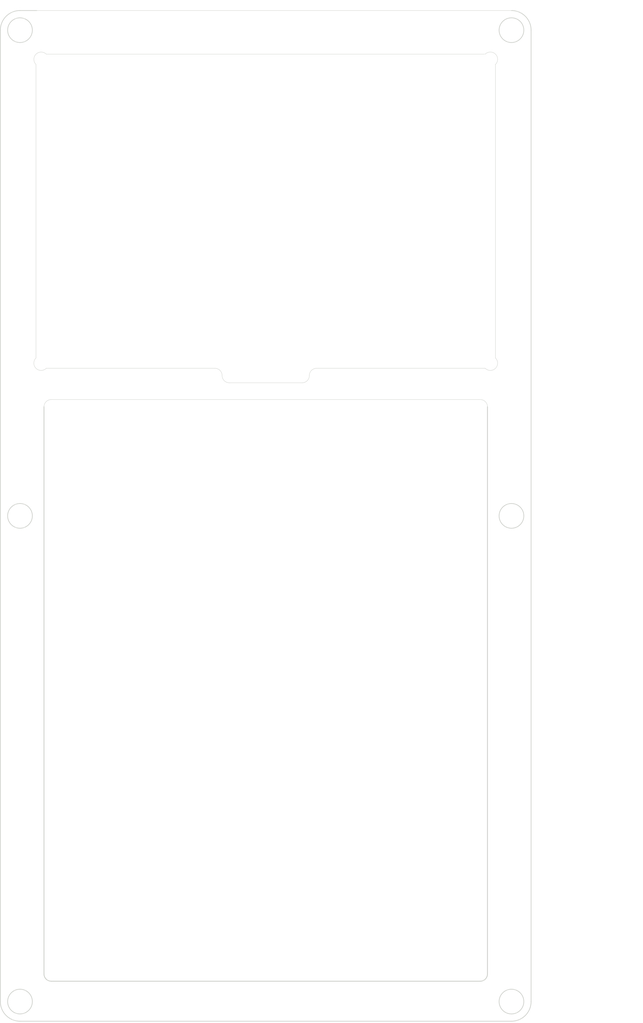
<source format=kicad_pcb>
(kicad_pcb
	(version 20241229)
	(generator "pcbnew")
	(generator_version "9.0")
	(general
		(thickness 1.6)
		(legacy_teardrops no)
	)
	(paper "A4")
	(layers
		(0 "F.Cu" signal)
		(2 "B.Cu" signal)
		(9 "F.Adhes" user "F.Adhesive")
		(11 "B.Adhes" user "B.Adhesive")
		(13 "F.Paste" user)
		(15 "B.Paste" user)
		(5 "F.SilkS" user "F.Silkscreen")
		(7 "B.SilkS" user "B.Silkscreen")
		(1 "F.Mask" user)
		(3 "B.Mask" user)
		(17 "Dwgs.User" user "User.Drawings")
		(19 "Cmts.User" user "User.Comments")
		(21 "Eco1.User" user "User.Eco1")
		(23 "Eco2.User" user "User.Eco2")
		(25 "Edge.Cuts" user)
		(27 "Margin" user)
		(31 "F.CrtYd" user "F.Courtyard")
		(29 "B.CrtYd" user "B.Courtyard")
		(35 "F.Fab" user)
		(33 "B.Fab" user)
		(39 "User.1" user)
		(41 "User.2" user)
		(43 "User.3" user)
		(45 "User.4" user)
	)
	(setup
		(stackup
			(layer "F.SilkS"
				(type "Top Silk Screen")
				(color "White")
			)
			(layer "F.Paste"
				(type "Top Solder Paste")
			)
			(layer "F.Mask"
				(type "Top Solder Mask")
				(color "Black")
				(thickness 0.01)
			)
			(layer "F.Cu"
				(type "copper")
				(thickness 0.035)
			)
			(layer "dielectric 1"
				(type "core")
				(thickness 1.51)
				(material "FR4")
				(epsilon_r 4.5)
				(loss_tangent 0.02)
			)
			(layer "B.Cu"
				(type "copper")
				(thickness 0.035)
			)
			(layer "B.Mask"
				(type "Bottom Solder Mask")
				(color "Black")
				(thickness 0.01)
			)
			(layer "B.Paste"
				(type "Bottom Solder Paste")
			)
			(layer "B.SilkS"
				(type "Bottom Silk Screen")
				(color "White")
			)
			(copper_finish "None")
			(dielectric_constraints no)
		)
		(pad_to_mask_clearance 0)
		(allow_soldermask_bridges_in_footprints no)
		(tenting front back)
		(pcbplotparams
			(layerselection 0x00000000_00000000_55555555_5755f5ff)
			(plot_on_all_layers_selection 0x00000000_00000000_00000000_00000000)
			(disableapertmacros no)
			(usegerberextensions no)
			(usegerberattributes yes)
			(usegerberadvancedattributes yes)
			(creategerberjobfile yes)
			(dashed_line_dash_ratio 12.000000)
			(dashed_line_gap_ratio 3.000000)
			(svgprecision 4)
			(plotframeref no)
			(mode 1)
			(useauxorigin no)
			(hpglpennumber 1)
			(hpglpenspeed 20)
			(hpglpendiameter 15.000000)
			(pdf_front_fp_property_popups yes)
			(pdf_back_fp_property_popups yes)
			(pdf_metadata yes)
			(pdf_single_document no)
			(dxfpolygonmode yes)
			(dxfimperialunits yes)
			(dxfusepcbnewfont yes)
			(psnegative no)
			(psa4output no)
			(plot_black_and_white yes)
			(sketchpadsonfab no)
			(plotpadnumbers no)
			(hidednponfab no)
			(sketchdnponfab yes)
			(crossoutdnponfab yes)
			(subtractmaskfromsilk no)
			(outputformat 1)
			(mirror no)
			(drillshape 1)
			(scaleselection 1)
			(outputdirectory "")
		)
	)
	(net 0 "")
	(gr_arc
		(start 106.685787 46)
		(mid 108.100001 46)
		(end 108.1 47.414213)
		(stroke
			(width 0.05)
			(type default)
		)
		(layer "Edge.Cuts")
		(uuid "02ec0906-570c-4090-b39c-2e3ade564c36")
	)
	(gr_line
		(start 42.7 40)
		(end 45 40)
		(stroke
			(width 0.1)
			(type default)
		)
		(layer "Edge.Cuts")
		(uuid "03da9521-2997-45ed-8866-56ec091f66b1")
	)
	(gr_arc
		(start 71.5 91.2)
		(mid 70.792893 90.907107)
		(end 70.5 90.2)
		(stroke
			(width 0.05)
			(type default)
		)
		(layer "Edge.Cuts")
		(uuid "075728e4-1319-4ba3-9ab1-51770e678a8e")
	)
	(gr_line
		(start 108.1 87.785787)
		(end 108.1 47.414213)
		(stroke
			(width 0.05)
			(type default)
		)
		(layer "Edge.Cuts")
		(uuid "104647b4-692f-42b1-98a1-bdef209589ca")
	)
	(gr_arc
		(start 113 176.3)
		(mid 112.209188 178.209188)
		(end 110.3 179)
		(stroke
			(width 0.1)
			(type default)
		)
		(layer "Edge.Cuts")
		(uuid "12c491df-6d5c-4236-91e4-49f15a39046b")
	)
	(gr_circle
		(center 110.3 109.5)
		(end 110.3 111.2)
		(stroke
			(width 0.1)
			(type default)
		)
		(fill no)
		(layer "Edge.Cuts")
		(uuid "153889d4-34cb-4c43-a1d5-4145d67fe626")
	)
	(gr_line
		(start 113 42.7)
		(end 113 176.3)
		(stroke
			(width 0.1)
			(type default)
		)
		(layer "Edge.Cuts")
		(uuid "23b3c35a-1e6a-41e7-b0ed-63e1b9296089")
	)
	(gr_arc
		(start 110.3 40)
		(mid 112.209188 40.790812)
		(end 113 42.7)
		(stroke
			(width 0.1)
			(type default)
		)
		(layer "Edge.Cuts")
		(uuid "28b1f8fc-31b1-4ab6-83b6-5c1ef9daf9ed")
	)
	(gr_arc
		(start 106 93.5)
		(mid 106.707107 93.792893)
		(end 107 94.5)
		(stroke
			(width 0.05)
			(type default)
		)
		(layer "Edge.Cuts")
		(uuid "2acbc4bc-8bd6-4d29-aa09-925e73b33fba")
	)
	(gr_arc
		(start 47 173.5)
		(mid 46.292893 173.207107)
		(end 46 172.5)
		(stroke
			(width 0.12)
			(type default)
		)
		(layer "Edge.Cuts")
		(uuid "31d0beae-5fc2-42a9-8549-607eb7cd5fa9")
	)
	(gr_arc
		(start 82.5 90.2)
		(mid 82.207107 90.907107)
		(end 81.5 91.2)
		(stroke
			(width 0.05)
			(type default)
		)
		(layer "Edge.Cuts")
		(uuid "332447cc-3846-4f99-850a-3c3e87f5f040")
	)
	(gr_arc
		(start 107 172.5)
		(mid 106.707107 173.207107)
		(end 106 173.5)
		(stroke
			(width 0.12)
			(type default)
		)
		(layer "Edge.Cuts")
		(uuid "4e9065df-c662-469e-8a53-fc2c56a789fc")
	)
	(gr_arc
		(start 40 42.7)
		(mid 40.790812 40.790812)
		(end 42.7 40)
		(stroke
			(width 0.1)
			(type default)
		)
		(layer "Edge.Cuts")
		(uuid "554b3cba-78c8-4bb6-80ad-0f24379d5aaa")
	)
	(gr_line
		(start 71.5 91.2)
		(end 81.5 91.2)
		(stroke
			(width 0.05)
			(type default)
		)
		(layer "Edge.Cuts")
		(uuid "5cdb7723-2033-4cb8-aeaf-62b5c1e9675a")
	)
	(gr_line
		(start 69.5 89.2)
		(end 46.314213 89.2)
		(stroke
			(width 0.05)
			(type default)
		)
		(layer "Edge.Cuts")
		(uuid "656bacef-036b-4bec-ae4f-c0164c1d2d10")
	)
	(gr_line
		(start 46 94.5)
		(end 46 172.5)
		(stroke
			(width 0.12)
			(type default)
		)
		(layer "Edge.Cuts")
		(uuid "6a700c35-2399-4b12-9844-26d6d32fc8b3")
	)
	(gr_circle
		(center 42.7 176.3)
		(end 42.7 178)
		(stroke
			(width 0.1)
			(type default)
		)
		(fill no)
		(layer "Edge.Cuts")
		(uuid "70738adf-8190-4e8f-a67a-9088adaec68f")
	)
	(gr_line
		(start 78 40)
		(end 110.3 40)
		(stroke
			(width 0.05)
			(type default)
		)
		(layer "Edge.Cuts")
		(uuid "7c95538a-a23a-48e7-896e-e8ec63f8bfec")
	)
	(gr_line
		(start 47 93.5)
		(end 106 93.5)
		(stroke
			(width 0.05)
			(type default)
		)
		(layer "Edge.Cuts")
		(uuid "7d3bcadf-3949-477f-bf1f-de5d89049ced")
	)
	(gr_arc
		(start 82.5 90.2)
		(mid 82.792893 89.492893)
		(end 83.5 89.2)
		(stroke
			(width 0.05)
			(type default)
		)
		(layer "Edge.Cuts")
		(uuid "858e6f59-4fec-4383-9059-e1652fe3b7fb")
	)
	(gr_line
		(start 45 40)
		(end 78 40)
		(stroke
			(width 0.05)
			(type default)
		)
		(layer "Edge.Cuts")
		(uuid "908aee2a-7d68-4ea0-a33b-23ce0fdda57d")
	)
	(gr_circle
		(center 110.3 176.3)
		(end 110.3 178)
		(stroke
			(width 0.1)
			(type default)
		)
		(fill no)
		(layer "Edge.Cuts")
		(uuid "95e4270e-8605-4163-9aaa-57971b97f805")
	)
	(gr_line
		(start 107 172.5)
		(end 107 94.5)
		(stroke
			(width 0.12)
			(type default)
		)
		(layer "Edge.Cuts")
		(uuid "9b5248a5-01c9-43ac-9fd9-0037c1abc2c6")
	)
	(gr_line
		(start 110.3 179)
		(end 42.7 179)
		(stroke
			(width 0.1)
			(type default)
		)
		(layer "Edge.Cuts")
		(uuid "a2c740f5-ecd3-4017-a407-57e417100f10")
	)
	(gr_line
		(start 106.685787 46)
		(end 46.314213 46)
		(stroke
			(width 0.05)
			(type default)
		)
		(layer "Edge.Cuts")
		(uuid "b1af3843-ba68-4296-ab8e-a7802993e1ac")
	)
	(gr_arc
		(start 44.9 47.414213)
		(mid 44.9 46)
		(end 46.314213 46)
		(stroke
			(width 0.05)
			(type default)
		)
		(layer "Edge.Cuts")
		(uuid "b2a4be4f-63e3-4ea0-b2e5-cc6d03b2f816")
	)
	(gr_circle
		(center 42.7 109.5)
		(end 42.7 111.2)
		(stroke
			(width 0.1)
			(type default)
		)
		(fill no)
		(layer "Edge.Cuts")
		(uuid "b4064597-883f-4429-aa53-f00cdf61b297")
	)
	(gr_line
		(start 44.9 87.785787)
		(end 44.9 47.414213)
		(stroke
			(width 0.05)
			(type default)
		)
		(layer "Edge.Cuts")
		(uuid "bc5a6445-5341-4310-b125-5a001b48d932")
	)
	(gr_line
		(start 47 173.5)
		(end 106 173.5)
		(stroke
			(width 0.12)
			(type default)
		)
		(layer "Edge.Cuts")
		(uuid "c1599a20-5062-4407-bfbd-ad37215c8737")
	)
	(gr_arc
		(start 69.5 89.2)
		(mid 70.207107 89.492893)
		(end 70.5 90.2)
		(stroke
			(width 0.05)
			(type default)
		)
		(layer "Edge.Cuts")
		(uuid "cb417699-7c57-4bff-83a5-d871ef94fd7c")
	)
	(gr_arc
		(start 46 94.5)
		(mid 46.292893 93.792893)
		(end 47 93.5)
		(stroke
			(width 0.05)
			(type default)
		)
		(layer "Edge.Cuts")
		(uuid "cbfaad11-e3a4-4248-b4ad-7bc5b00e7cda")
	)
	(gr_circle
		(center 42.7 42.7)
		(end 42.7 44.4)
		(stroke
			(width 0.1)
			(type default)
		)
		(fill no)
		(layer "Edge.Cuts")
		(uuid "cd83d425-d6f4-40eb-a2e3-df8aa50c97a8")
	)
	(gr_arc
		(start 108.1 87.785787)
		(mid 108.100001 89.200001)
		(end 106.685787 89.2)
		(stroke
			(width 0.05)
			(type default)
		)
		(layer "Edge.Cuts")
		(uuid "d1508a84-c099-4099-9586-cf9a6223e97e")
	)
	(gr_circle
		(center 110.3 42.7)
		(end 110.3 44.4)
		(stroke
			(width 0.1)
			(type default)
		)
		(fill no)
		(layer "Edge.Cuts")
		(uuid "dcd0cba9-d940-4c48-87a4-f8bfef20402b")
	)
	(gr_arc
		(start 46.314213 89.2)
		(mid 44.900001 89.2)
		(end 44.9 87.785787)
		(stroke
			(width 0.05)
			(type default)
		)
		(layer "Edge.Cuts")
		(uuid "e5cc6612-7f6b-4f50-a4d9-06a9cea6ad62")
	)
	(gr_line
		(start 40 176.3)
		(end 40 42.7)
		(stroke
			(width 0.1)
			(type default)
		)
		(layer "Edge.Cuts")
		(uuid "f1e77419-166f-4978-b884-17fa0203e153")
	)
	(gr_arc
		(start 42.7 179)
		(mid 40.790812 178.209188)
		(end 40 176.3)
		(stroke
			(width 0.1)
			(type default)
		)
		(layer "Edge.Cuts")
		(uuid "fd538f39-6374-4043-91f2-646c3f7a1485")
	)
	(gr_line
		(start 83.5 89.2)
		(end 106.685787 89.2)
		(stroke
			(width 0.05)
			(type default)
		)
		(layer "Edge.Cuts")
		(uuid "ffa18893-7b22-4583-b00c-5480b8697eed")
	)
	(gr_text "PCB3D_TL_SPACER3"
		(at 40 40 0)
		(layer "Cmts.User")
		(uuid "5e42db42-f72d-4b81-8ad7-58089bf274a2")
		(effects
			(font
				(size 1 1)
				(thickness 0.15)
			)
			(justify left bottom)
		)
	)
	(gr_text "PCB3D_BR_SPACER3"
		(at 113 179 0)
		(layer "Cmts.User")
		(uuid "fce51c43-a14f-4a4d-a5d9-40d68eab9886")
		(effects
			(font
				(size 1 1)
				(thickness 0.15)
			)
			(justify left bottom)
		)
	)
	(embedded_fonts no)
)

</source>
